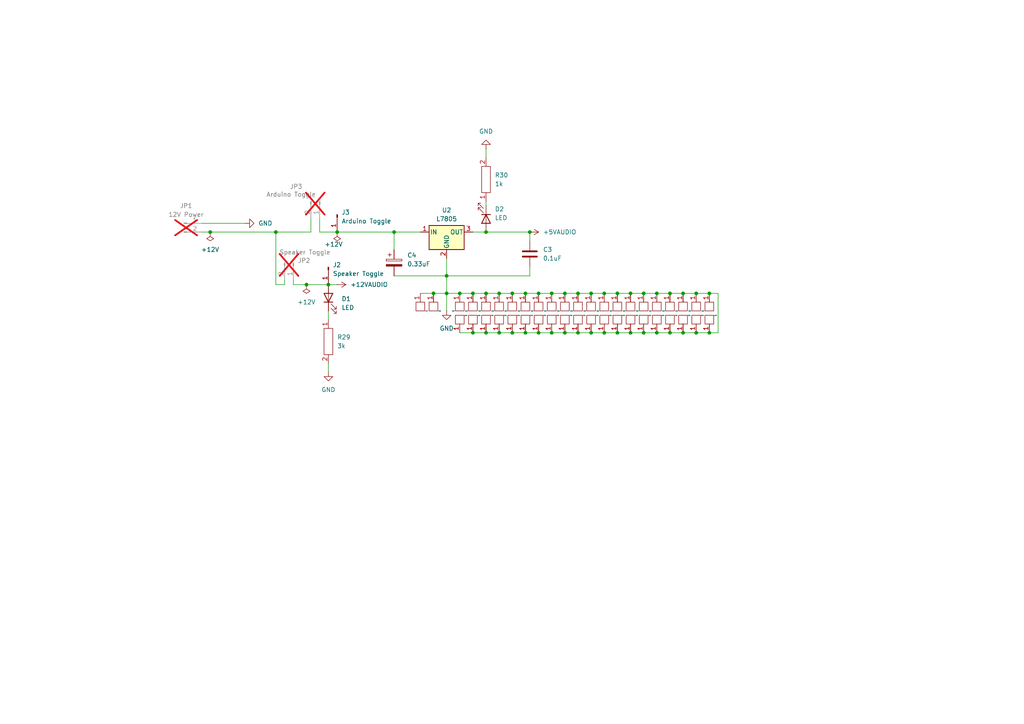
<source format=kicad_sch>
(kicad_sch (version 20231120) (generator "eeschema") (generator_version "8.0")
  (paper "A4")
  (lib_symbols
    (symbol "Connector:Conn_01x01_Pin" (pin_names (offset 1.016) hide)
      (property "Reference" "J" (at 0 2.54 0))
      (property "Value" "Conn_01x01_Pin" (at 0 -2.54 0))
      (symbol "Conn_01x01_Pin_1_1"
        (polyline (pts (xy 1.27 0) (xy 0.8636 0)) (stroke (width 0.1524)))
        (rectangle (start 0.8636 0.127) (end 0 -0.127) (stroke (width 0.1524)) (fill (type outline)))
        (pin passive line (at 5.08 0 180) (length 3.81) (name "Pin_1") (number "1"))
      )
    )
    (symbol "Connector:Conn_01x02_Pin" (pin_names (offset 1.016) hide)
      (property "Reference" "J" (at 0 2.54 0))
      (property "Value" "Conn_01x02_Pin" (at 0 -5.08 0))
      (symbol "Conn_01x02_Pin_1_1"
        (polyline (pts (xy 1.27 -2.54) (xy 0.8636 -2.54)) (stroke (width 0.1524)))
        (polyline (pts (xy 1.27 0) (xy 0.8636 0)) (stroke (width 0.1524)))
        (rectangle (start 0.8636 -2.413) (end 0 -2.667) (stroke (width 0.1524)) (fill (type outline)))
        (rectangle (start 0.8636 0.127) (end 0 -0.127) (stroke (width 0.1524)) (fill (type outline)))
        (pin passive line (at 5.08 0 180) (length 3.81) (name "Pin_1") (number "1"))
        (pin passive line (at 5.08 -2.54 180) (length 3.81) (name "Pin_2") (number "2"))
      )
    )
    (symbol "Device:C" (pin_numbers hide) (pin_names (offset 0.254))
      (property "Reference" "C" (at 0.635 2.54 0))
      (property "Value" "C" (at 0.635 -2.54 0))
      (symbol "C_0_1"
        (polyline (pts (xy -2.032 -0.762) (xy 2.032 -0.762)) (stroke (width 0.508)))
        (polyline (pts (xy -2.032 0.762) (xy 2.032 0.762)) (stroke (width 0.508)))
      )
      (symbol "C_1_1"
        (pin passive line (at 0 3.81 270) (length 2.794) (name "~") (number "1"))
        (pin passive line (at 0 -3.81 90) (length 2.794) (name "~") (number "2"))
      )
    )
    (symbol "Device:C_Polarized" (pin_numbers hide) (pin_names (offset 0.254))
      (property "Reference" "C" (at 0.635 2.54 0))
      (property "Value" "C_Polarized" (at 0.635 -2.54 0))
      (symbol "C_Polarized_0_1"
        (rectangle (start -2.286 0.508) (end 2.286 1.016))
        (polyline (pts (xy -1.778 2.286) (xy -0.762 2.286)))
        (polyline (pts (xy -1.27 2.794) (xy -1.27 1.778)))
        (rectangle (start 2.286 -0.508) (end -2.286 -1.016) (fill (type outline)))
      )
      (symbol "C_Polarized_1_1"
        (pin passive line (at 0 3.81 270) (length 2.794) (name "~") (number "1"))
        (pin passive line (at 0 -3.81 90) (length 2.794) (name "~") (number "2"))
      )
    )
    (symbol "Device:LED" (pin_numbers hide) (pin_names (offset 1.016) hide)
      (property "Reference" "D" (at 0 2.54 0))
      (property "Value" "LED" (at 0 -2.54 0))
      (symbol "LED_0_1"
        (polyline (pts (xy -1.27 -1.27) (xy -1.27 1.27)) (stroke (width 0.254)))
        (polyline (pts (xy -1.27 0) (xy 1.27 0)))
        (polyline (pts (xy 1.27 -1.27) (xy 1.27 1.27) (xy -1.27 0) (xy 1.27 -1.27)) (stroke (width 0.254)))
        (polyline (pts (xy -3.048 -0.762) (xy -4.572 -2.286) (xy -3.81 -2.286) (xy -4.572 -2.286) (xy -4.572 -1.524)))
        (polyline (pts (xy -1.778 -0.762) (xy -3.302 -2.286) (xy -2.54 -2.286) (xy -3.302 -2.286) (xy -3.302 -1.524)))
      )
      (symbol "LED_1_1"
        (pin passive line (at -3.81 0 0) (length 2.54) (name "K") (number "1"))
        (pin passive line (at 3.81 0 180) (length 2.54) (name "A") (number "2"))
      )
    )
    (symbol "Regulator_Linear:L7805" (pin_names (offset 0.254))
      (property "Reference" "U" (at -3.81 3.175 0))
      (property "Value" "L7805" (at 0 3.175 0))
      (symbol "L7805_0_1"
        (rectangle (start -5.08 1.905) (end 5.08 -5.08) (stroke (width 0.254)) (fill (type background)))
      )
      (symbol "L7805_1_1"
        (pin power_in line (at -7.62 0 0) (length 2.54) (name "IN") (number "1"))
        (pin power_in line (at 0 -7.62 90) (length 2.54) (name "GND") (number "2"))
        (pin power_out line (at 7.62 0 180) (length 2.54) (name "OUT") (number "3"))
      )
    )
    (symbol "carinterface:Vertical_Resistor"
      (property "Reference" "R?" (at 0 2.286 0))
      (symbol "Vertical_Resistor_0_1"
        (rectangle (start -3.81 1.27) (end 3.81 -1.27))
      )
      (symbol "Vertical_Resistor_1_1"
        (pin bidirectional line (at -6.35 0 0) (length 2.54) (name "") (number "1"))
        (pin bidirectional line (at 6.35 0 180) (length 2.54) (name "") (number "2"))
      )
    )
    (symbol "carinterface:smallthermalpad" (pin_names hide)
      (property "Reference" "T" (at 0 2.286 0))
      (symbol "smallthermalpad_0_1"
        (rectangle (start -2.54 1.27) (end 0 -1.27))
      )
      (symbol "smallthermalpad_1_1"
        (pin power_in line (at 2.54 0 180) (length 2.54) (name "Pad") (number "1"))
      )
    )
    (symbol "carinterface:thermalpad" (pin_names hide)
      (property "Reference" "T" (at 0 3.048 0))
      (symbol "thermalpad_0_1"
        (rectangle (start -2.54 1.27) (end 0 -1.27))
      )
      (symbol "thermalpad_1_1"
        (pin power_in line (at 2.54 0 180) (length 2.54) (name "Sink") (number "1"))
      )
    )
    (symbol "power:+12P" (power) (pin_numbers hide) (pin_names (offset 0) hide)
      (property "Value" "+12P" (at 0 3.556 0))
      (symbol "+12P_0_1"
        (polyline (pts (xy -0.762 1.27) (xy 0 2.54)))
        (polyline (pts (xy 0 0) (xy 0 2.54)))
        (polyline (pts (xy 0 2.54) (xy 0.762 1.27)))
      )
      (symbol "+12P_1_1"
        (pin power_in line (at 0 0 90) (length 0) (name "~") (number "1"))
      )
    )
    (symbol "power:+5V" (power) (pin_numbers hide) (pin_names (offset 0) hide)
      (property "Value" "+5V" (at 0 3.556 0))
      (symbol "+5V_0_1"
        (polyline (pts (xy -0.762 1.27) (xy 0 2.54)))
        (polyline (pts (xy 0 0) (xy 0 2.54)))
        (polyline (pts (xy 0 2.54) (xy 0.762 1.27)))
      )
      (symbol "+5V_1_1"
        (pin power_in line (at 0 0 90) (length 0) (name "~") (number "1"))
      )
    )
    (symbol "power:GND" (power) (pin_numbers hide) (pin_names (offset 0) hide)
      (property "Value" "GND" (at 0 -3.81 0))
      (symbol "GND_0_1"
        (polyline (pts (xy 0 0) (xy 0 -1.27) (xy 1.27 -1.27) (xy 0 -2.54) (xy -1.27 -1.27) (xy 0 -1.27)))
      )
      (symbol "GND_1_1"
        (pin power_in line (at 0 0 270) (length 0) (name "~") (number "1"))
      )
    )
    (symbol "power:PWR_FLAG" (power) (pin_numbers hide) (pin_names (offset 0) hide)
      (property "Value" "PWR_FLAG" (at 0 3.81 0))
      (symbol "PWR_FLAG_0_0"
        (pin power_out line (at 0 0 90) (length 0) (name "~") (number "1"))
      )
      (symbol "PWR_FLAG_0_1"
        (polyline (pts (xy 0 0) (xy 0 1.27) (xy -1.016 1.905) (xy 0 2.54) (xy 1.016 1.905) (xy 0 1.27)))
      )
    )
    (symbol "thermalpad_1" (pin_names hide)
      (property "Reference" "T" (at 0 3.048 0))
      (symbol "thermalpad_1_0_1"
        (rectangle (start -2.54 1.27) (end 0 -1.27))
      )
      (symbol "thermalpad_1_1_1"
        (pin power_in line (at 2.54 0 180) (length 2.54) (name "Sink") (number "1"))
      )
    )
  )
  (junction (at 88.9 82.55))
  (junction (at 182.88 96.52))
  (junction (at 167.64 96.52))
  (junction (at 163.83 96.52))
  (junction (at 160.02 85.09))
  (junction (at 156.21 96.52))
  (junction (at 179.07 96.52))
  (junction (at 186.69 85.09))
  (junction (at 186.69 96.52))
  (junction (at 160.02 96.52))
  (junction (at 179.07 85.09))
  (junction (at 153.67 67.31))
  (junction (at 80.01 67.31))
  (junction (at 144.78 96.52))
  (junction (at 125.73 85.09))
  (junction (at 148.59 96.52))
  (junction (at 167.64 85.09))
  (junction (at 137.16 85.09))
  (junction (at 163.83 85.09))
  (junction (at 97.79 67.31))
  (junction (at 148.59 85.09))
  (junction (at 140.97 85.09))
  (junction (at 60.96 67.31))
  (junction (at 171.45 96.52))
  (junction (at 201.93 85.09))
  (junction (at 190.5 96.52))
  (junction (at 140.97 96.52))
  (junction (at 198.12 96.52))
  (junction (at 137.16 96.52))
  (junction (at 133.35 85.09))
  (junction (at 205.74 96.52))
  (junction (at 95.25 82.55))
  (junction (at 175.26 85.09))
  (junction (at 140.97 67.31))
  (junction (at 152.4 96.52))
  (junction (at 205.74 85.09))
  (junction (at 129.54 80.01))
  (junction (at 144.78 85.09))
  (junction (at 194.31 85.09))
  (junction (at 175.26 96.52))
  (junction (at 171.45 85.09))
  (junction (at 194.31 96.52))
  (junction (at 114.3 67.31))
  (junction (at 156.21 85.09))
  (junction (at 198.12 85.09))
  (junction (at 129.54 85.09))
  (junction (at 152.4 85.09))
  (junction (at 182.88 85.09))
  (junction (at 190.5 85.09))
  (junction (at 201.93 96.52))
  (wire (pts (xy 205.74 85.09) (xy 208.28 85.09)))
  (wire (pts (xy 60.96 67.31) (xy 80.01 67.31)))
  (wire (pts (xy 97.79 67.31) (xy 114.3 67.31)))
  (wire (pts (xy 95.25 82.55) (xy 97.79 82.55)))
  (wire (pts (xy 179.07 85.09) (xy 182.88 85.09)))
  (wire (pts (xy 114.3 67.31) (xy 121.92 67.31)))
  (wire (pts (xy 205.74 96.52) (xy 208.28 96.52)))
  (wire (pts (xy 95.25 90.17) (xy 95.25 92.71)))
  (wire (pts (xy 129.54 80.01) (xy 153.67 80.01)))
  (wire (pts (xy 58.42 67.31) (xy 60.96 67.31)))
  (wire (pts (xy 148.59 85.09) (xy 152.4 85.09)))
  (wire (pts (xy 133.35 85.09) (xy 137.16 85.09)))
  (wire (pts (xy 194.31 85.09) (xy 198.12 85.09)))
  (wire (pts (xy 114.3 72.39) (xy 114.3 67.31)))
  (wire (pts (xy 133.35 96.52) (xy 137.16 96.52)))
  (wire (pts (xy 82.55 82.55) (xy 82.55 81.28)))
  (wire (pts (xy 208.28 85.09) (xy 208.28 96.52)))
  (wire (pts (xy 114.3 80.01) (xy 129.54 80.01)))
  (wire (pts (xy 190.5 96.52) (xy 194.31 96.52)))
  (wire (pts (xy 140.97 43.18) (xy 140.97 45.72)))
  (wire (pts (xy 80.01 82.55) (xy 82.55 82.55)))
  (wire (pts (xy 175.26 85.09) (xy 179.07 85.09)))
  (wire (pts (xy 152.4 85.09) (xy 156.21 85.09)))
  (wire (pts (xy 163.83 96.52) (xy 167.64 96.52)))
  (wire (pts (xy 140.97 96.52) (xy 144.78 96.52)))
  (wire (pts (xy 190.5 85.09) (xy 194.31 85.09)))
  (wire (pts (xy 58.42 64.77) (xy 71.12 64.77)))
  (wire (pts (xy 92.71 63.5) (xy 92.71 67.31)))
  (wire (pts (xy 129.54 85.09) (xy 133.35 85.09)))
  (wire (pts (xy 90.17 63.5) (xy 90.17 67.31)))
  (wire (pts (xy 194.31 96.52) (xy 198.12 96.52)))
  (wire (pts (xy 137.16 96.52) (xy 140.97 96.52)))
  (wire (pts (xy 137.16 67.31) (xy 140.97 67.31)))
  (wire (pts (xy 198.12 96.52) (xy 201.93 96.52)))
  (wire (pts (xy 175.26 96.52) (xy 179.07 96.52)))
  (wire (pts (xy 129.54 85.09) (xy 129.54 90.17)))
  (wire (pts (xy 152.4 96.52) (xy 156.21 96.52)))
  (wire (pts (xy 160.02 85.09) (xy 163.83 85.09)))
  (wire (pts (xy 163.83 85.09) (xy 167.64 85.09)))
  (wire (pts (xy 201.93 96.52) (xy 205.74 96.52)))
  (wire (pts (xy 80.01 67.31) (xy 90.17 67.31)))
  (wire (pts (xy 198.12 85.09) (xy 201.93 85.09)))
  (wire (pts (xy 144.78 96.52) (xy 148.59 96.52)))
  (wire (pts (xy 137.16 85.09) (xy 140.97 85.09)))
  (wire (pts (xy 153.67 80.01) (xy 153.67 77.47)))
  (wire (pts (xy 167.64 85.09) (xy 171.45 85.09)))
  (wire (pts (xy 171.45 96.52) (xy 175.26 96.52)))
  (wire (pts (xy 95.25 105.41) (xy 95.25 107.95)))
  (wire (pts (xy 129.54 74.93) (xy 129.54 80.01)))
  (wire (pts (xy 129.54 80.01) (xy 129.54 85.09)))
  (wire (pts (xy 144.78 85.09) (xy 148.59 85.09)))
  (wire (pts (xy 201.93 85.09) (xy 205.74 85.09)))
  (wire (pts (xy 121.92 85.09) (xy 125.73 85.09)))
  (wire (pts (xy 125.73 85.09) (xy 129.54 85.09)))
  (wire (pts (xy 167.64 96.52) (xy 171.45 96.52)))
  (wire (pts (xy 80.01 67.31) (xy 80.01 82.55)))
  (wire (pts (xy 156.21 96.52) (xy 160.02 96.52)))
  (wire (pts (xy 140.97 67.31) (xy 153.67 67.31)))
  (wire (pts (xy 88.9 82.55) (xy 95.25 82.55)))
  (wire (pts (xy 182.88 96.52) (xy 186.69 96.52)))
  (wire (pts (xy 148.59 96.52) (xy 152.4 96.52)))
  (wire (pts (xy 85.09 82.55) (xy 88.9 82.55)))
  (wire (pts (xy 171.45 85.09) (xy 175.26 85.09)))
  (wire (pts (xy 160.02 96.52) (xy 163.83 96.52)))
  (wire (pts (xy 153.67 67.31) (xy 153.67 69.85)))
  (wire (pts (xy 156.21 85.09) (xy 160.02 85.09)))
  (wire (pts (xy 140.97 85.09) (xy 144.78 85.09)))
  (wire (pts (xy 182.88 85.09) (xy 186.69 85.09)))
  (wire (pts (xy 85.09 82.55) (xy 85.09 81.28)))
  (wire (pts (xy 186.69 96.52) (xy 190.5 96.52)))
  (wire (pts (xy 186.69 85.09) (xy 190.5 85.09)))
  (wire (pts (xy 179.07 96.52) (xy 182.88 96.52)))
  (wire (pts (xy 92.71 67.31) (xy 97.79 67.31)))
  (wire (pts (xy 140.97 58.42) (xy 140.97 59.69)))
  (symbol (lib_id "carinterface:smallthermalpad") (at 198.12 93.98 270) (unit 1)
    (property "Reference" "T25" (effects (hide yes)))
    (property "Value" "~" (at 196.85 90.17 90) (effects (justify right)))
    (property "Footprint" "carinterface:smallthermalpad" (effects (hide yes)))
  )
  (symbol (lib_id "carinterface:smallthermalpad") (at 194.31 87.63 90) (unit 1)
    (property "Reference" "T19" (effects (hide yes)))
    (property "Value" "~" (at 195.58 91.44 90) (effects (justify right)))
    (property "Footprint" "carinterface:smallthermalpad" (effects (hide yes)))
  )
  (symbol (lib_id "carinterface:smallthermalpad") (at 152.4 93.98 270) (unit 1)
    (property "Reference" "T37" (effects (hide yes)))
    (property "Value" "~" (at 151.13 90.17 90) (effects (justify right)))
    (property "Footprint" "carinterface:smallthermalpad" (effects (hide yes)))
  )
  (symbol (lib_id "carinterface:smallthermalpad") (at 171.45 87.63 90) (unit 1)
    (property "Reference" "T13" (effects (hide yes)))
    (property "Value" "~" (at 172.72 91.44 90) (effects (justify right)))
    (property "Footprint" "carinterface:smallthermalpad" (effects (hide yes)))
  )
  (symbol (lib_id "carinterface:smallthermalpad") (at 179.07 87.63 90) (unit 1)
    (property "Reference" "T15" (effects (hide yes)))
    (property "Value" "~" (at 180.34 91.44 90) (effects (justify right)))
    (property "Footprint" "carinterface:smallthermalpad" (effects (hide yes)))
  )
  (symbol (lib_id "Connector:Conn_01x01_Pin") (at 95.25 77.47 270) (unit 1)
    (property "Reference" "J2" (at 96.52 76.8349 90) (effects (justify left)))
    (property "Value" "Speaker Toggle" (at 96.52 79.3749 90) (effects (justify left)))
    (property "Footprint" "Connector_Wire:SolderWire-0.75sqmm_1x01_D1.25mm_OD2.3mm" (effects (hide yes)))
    (property "Description" "Generic connector, single row, 01x01, script generated" (effects (hide yes)))
  )
  (symbol (lib_id "power:PWR_FLAG") (at 60.96 67.31 180) (unit 1)
    (property "Reference" "#FLG01" (effects (hide yes)))
    (property "Value" "+12V" (at 60.96 72.39 0))
    (property "Description" "Special symbol for telling ERC where power comes from" (effects (hide yes)))
  )
  (symbol (lib_id "carinterface:smallthermalpad") (at 163.83 87.63 90) (unit 1)
    (property "Reference" "T11" (effects (hide yes)))
    (property "Value" "~" (at 165.1 91.44 90) (effects (justify right)))
    (property "Footprint" "carinterface:smallthermalpad" (effects (hide yes)))
  )
  (symbol (lib_id "Device:C_Polarized") (at 114.3 76.2 0) (unit 1)
    (property "Reference" "C4" (at 118.11 74.0409 0) (effects (justify left)))
    (property "Value" "0.33uF" (at 118.11 76.5809 0) (effects (justify left)))
    (property "Footprint" "Capacitor_THT:CP_Radial_D5.0mm_P2.00mm" (effects (hide yes)))
    (property "Description" "Polarized capacitor" (effects (hide yes)))
  )
  (symbol (lib_id "carinterface:smallthermalpad") (at 175.26 87.63 90) (unit 1)
    (property "Reference" "T14" (effects (hide yes)))
    (property "Value" "~" (at 176.53 91.44 90) (effects (justify right)))
    (property "Footprint" "carinterface:smallthermalpad" (effects (hide yes)))
  )
  (symbol (lib_id "power:GND") (at 140.97 43.18 180) (unit 1)
    (property "Reference" "#PWR015" (effects (hide yes)))
    (property "Value" "GND" (at 140.97 38.1 0))
    (property "Description" "Power symbol creates a global label with name \"GND\" , ground" (effects (hide yes)))
  )
  (symbol (lib_id "carinterface:smallthermalpad") (at 137.16 93.98 270) (unit 1)
    (property "Reference" "T41" (effects (hide yes)))
    (property "Value" "~" (at 135.89 90.17 90) (effects (justify right)))
    (property "Footprint" "carinterface:smallthermalpad" (effects (hide yes)))
  )
  (symbol (lib_id "carinterface:smallthermalpad") (at 175.26 93.98 270) (unit 1)
    (property "Reference" "T31" (effects (hide yes)))
    (property "Value" "~" (at 173.99 90.17 90) (effects (justify right)))
    (property "Footprint" "carinterface:smallthermalpad" (effects (hide yes)))
  )
  (symbol (lib_id "carinterface:smallthermalpad") (at 160.02 87.63 90) (unit 1)
    (property "Reference" "T10" (effects (hide yes)))
    (property "Value" "~" (at 161.29 91.44 90) (effects (justify right)))
    (property "Footprint" "carinterface:smallthermalpad" (effects (hide yes)))
  )
  (symbol (lib_id "power:GND") (at 95.25 107.95 0) (unit 1)
    (property "Reference" "#PWR012" (effects (hide yes)))
    (property "Value" "GND" (at 95.25 113.03 0))
    (property "Description" "Power symbol creates a global label with name \"GND\" , ground" (effects (hide yes)))
  )
  (symbol (lib_id "carinterface:smallthermalpad") (at 140.97 93.98 270) (unit 1)
    (property "Reference" "T40" (effects (hide yes)))
    (property "Value" "~" (at 139.7 90.17 90) (effects (justify right)))
    (property "Footprint" "carinterface:smallthermalpad" (effects (hide yes)))
  )
  (symbol (lib_id "carinterface:smallthermalpad") (at 182.88 87.63 90) (unit 1)
    (property "Reference" "T16" (effects (hide yes)))
    (property "Value" "~" (at 184.15 91.44 90) (effects (justify right)))
    (property "Footprint" "carinterface:smallthermalpad" (effects (hide yes)))
  )
  (symbol (lib_id "carinterface:smallthermalpad") (at 194.31 93.98 270) (unit 1)
    (property "Reference" "T26" (effects (hide yes)))
    (property "Value" "~" (at 193.04 90.17 90) (effects (justify right)))
    (property "Footprint" "carinterface:smallthermalpad" (effects (hide yes)))
  )
  (symbol (lib_id "carinterface:smallthermalpad") (at 201.93 93.98 270) (unit 1)
    (property "Reference" "T24" (effects (hide yes)))
    (property "Value" "~" (at 200.66 90.17 90) (effects (justify right)))
    (property "Footprint" "carinterface:smallthermalpad" (effects (hide yes)))
  )
  (symbol (lib_id "Connector:Conn_01x02_Pin") (at 85.09 76.2 270) (unit 1) (on_board no) (dnp yes)
    (property "Reference" "JP2" (at 86.36 75.5649 90) (effects (justify left)))
    (property "Value" "Speaker Toggle" (at 81.026 73.152 90) (effects (justify left)))
    (property "Footprint" "Connector_Wire:SolderWire-1sqmm_1x02_P5.4mm_D1.4mm_OD2.7mm" (effects (hide yes)))
    (property "Description" "Generic connector, single row, 01x02, script generated" (effects (hide yes)))
  )
  (symbol (lib_id "carinterface:smallthermalpad") (at 163.83 93.98 270) (unit 1)
    (property "Reference" "T34" (effects (hide yes)))
    (property "Value" "~" (at 162.56 90.17 90) (effects (justify right)))
    (property "Footprint" "carinterface:smallthermalpad" (effects (hide yes)))
  )
  (symbol (lib_id "carinterface:smallthermalpad") (at 133.35 87.63 90) (unit 1)
    (property "Reference" "T3" (effects (hide yes)))
    (property "Value" "~" (at 134.62 91.44 90) (effects (justify right)))
    (property "Footprint" "carinterface:smallthermalpad" (effects (hide yes)))
  )
  (symbol (lib_id "carinterface:Vertical_Resistor") (at 95.25 99.06 270) (unit 1)
    (property "Reference" "R29" (at 97.79 97.7899 90) (effects (justify left)))
    (property "Value" "3k" (at 97.79 100.3299 90) (effects (justify left)))
    (property "Footprint" "carinterface:Vertical Resistor" (effects (hide yes)))
  )
  (symbol (lib_id "carinterface:thermalpad") (at 121.92 87.63 90) (unit 1)
    (property "Reference" "T2" (effects (hide yes)))
    (property "Value" "~" (at 123.19 90.17 90) (effects (justify right)))
    (property "Footprint" "carinterface:Thermal Pad" (effects (hide yes)))
  )
  (symbol (lib_id "carinterface:smallthermalpad") (at 205.74 93.98 270) (unit 1)
    (property "Reference" "T23" (effects (hide yes)))
    (property "Value" "~" (at 204.47 90.17 90) (effects (justify right)))
    (property "Footprint" "carinterface:smallthermalpad" (effects (hide yes)))
  )
  (symbol (lib_id "carinterface:smallthermalpad") (at 198.12 87.63 90) (unit 1)
    (property "Reference" "T20" (effects (hide yes)))
    (property "Value" "~" (at 199.39 91.44 90) (effects (justify right)))
    (property "Footprint" "carinterface:smallthermalpad" (effects (hide yes)))
  )
  (symbol (lib_id "Connector:Conn_01x02_Pin") (at 53.34 64.77 0) (unit 1) (on_board no) (dnp yes)
    (property "Reference" "JP1" (at 53.975 59.69 0))
    (property "Value" "12V Power" (at 53.975 62.23 0))
    (property "Footprint" "Connector_Wire:SolderWire-1sqmm_1x02_P5.4mm_D1.4mm_OD2.7mm" (effects (hide yes)))
    (property "Description" "Generic connector, single row, 01x02, script generated" (effects (hide yes)))
  )
  (symbol (lib_id "carinterface:smallthermalpad") (at 182.88 93.98 270) (unit 1)
    (property "Reference" "T29" (effects (hide yes)))
    (property "Value" "~" (at 181.61 90.17 90) (effects (justify right)))
    (property "Footprint" "carinterface:smallthermalpad" (effects (hide yes)))
  )
  (symbol (lib_id "Connector:Conn_01x01_Pin") (at 97.79 62.23 270) (unit 1)
    (property "Reference" "J3" (at 99.06 61.5949 90) (effects (justify left)))
    (property "Value" "Arduino Toggle" (at 99.06 64.1349 90) (effects (justify left)))
    (property "Footprint" "Connector_Wire:SolderWire-0.75sqmm_1x01_D1.25mm_OD2.3mm" (effects (hide yes)))
    (property "Description" "Generic connector, single row, 01x01, script generated" (effects (hide yes)))
  )
  (symbol (lib_id "carinterface:smallthermalpad") (at 148.59 93.98 270) (unit 1)
    (property "Reference" "T38" (effects (hide yes)))
    (property "Value" "~" (at 147.32 90.17 90) (effects (justify right)))
    (property "Footprint" "carinterface:smallthermalpad" (effects (hide yes)))
  )
  (symbol (lib_id "carinterface:smallthermalpad") (at 137.16 87.63 90) (unit 1)
    (property "Reference" "T4" (effects (hide yes)))
    (property "Value" "~" (at 138.43 91.44 90) (effects (justify right)))
    (property "Footprint" "carinterface:smallthermalpad" (effects (hide yes)))
  )
  (symbol (lib_name "thermalpad_1") (lib_id "carinterface:thermalpad") (at 125.73 87.63 90) (unit 1)
    (property "Reference" "T1" (effects (hide yes)))
    (property "Value" "~" (at 127 90.17 90) (effects (justify right)))
    (property "Footprint" "carinterface:Thermal Pad" (effects (hide yes)))
  )
  (symbol (lib_id "carinterface:smallthermalpad") (at 201.93 87.63 90) (unit 1)
    (property "Reference" "T21" (effects (hide yes)))
    (property "Value" "~" (at 203.2 91.44 90) (effects (justify right)))
    (property "Footprint" "carinterface:smallthermalpad" (effects (hide yes)))
  )
  (symbol (lib_id "power:+12P") (at 97.79 82.55 270) (unit 1)
    (property "Reference" "#PWR013" (effects (hide yes)))
    (property "Value" "+12VAUDIO" (at 101.6 82.5499 90) (effects (justify left)))
    (property "Description" "Power symbol creates a global label with name \"+12P\"" (effects (hide yes)))
  )
  (symbol (lib_id "power:GND") (at 71.12 64.77 90) (unit 1)
    (property "Reference" "#PWR014" (effects (hide yes)))
    (property "Value" "GND" (at 74.93 64.7699 90) (effects (justify right)))
    (property "Description" "Power symbol creates a global label with name \"GND\" , ground" (effects (hide yes)))
  )
  (symbol (lib_id "Regulator_Linear:L7805") (at 129.54 67.31 0) (unit 1)
    (property "Reference" "U2" (at 129.54 60.96 0))
    (property "Value" "L7805" (at 129.54 63.5 0))
    (property "Footprint" "Package_TO_SOT_THT:TO-220-3_Vertical" (effects (hide yes)))
    (property "Datasheet" "http://www.st.com/content/ccc/resource/technical/document/datasheet/41/4f/b3/b0/12/d4/47/88/CD00000444.pdf/files/CD00000444.pdf/jcr:content/translations/en.CD00000444.pdf" (effects (hide yes)))
    (property "Description" "Positive 1.5A 35V Linear Regulator, Fixed Output 5V, TO-220/TO-263/TO-252" (effects (hide yes)))
  )
  (symbol (lib_id "carinterface:smallthermalpad") (at 160.02 93.98 270) (unit 1)
    (property "Reference" "T35" (effects (hide yes)))
    (property "Value" "~" (at 158.75 90.17 90) (effects (justify right)))
    (property "Footprint" "carinterface:smallthermalpad" (effects (hide yes)))
  )
  (symbol (lib_id "power:GND") (at 129.54 90.17 0) (unit 1)
    (property "Reference" "#PWR02" (effects (hide yes)))
    (property "Value" "GND" (at 129.54 95.25 0))
    (property "Description" "Power symbol creates a global label with name \"GND\" , ground" (effects (hide yes)))
  )
  (symbol (lib_id "carinterface:smallthermalpad") (at 133.35 93.98 270) (unit 1)
    (property "Reference" "T42" (effects (hide yes)))
    (property "Value" "~" (at 132.08 90.17 90) (effects (justify right)))
    (property "Footprint" "carinterface:smallthermalpad" (effects (hide yes)))
  )
  (symbol (lib_id "Device:LED") (at 95.25 86.36 90) (unit 1)
    (property "Reference" "D1" (at 99.06 86.6774 90) (effects (justify right)))
    (property "Value" "LED" (at 99.06 89.2174 90) (effects (justify right)))
    (property "Footprint" "LED_THT:LED_D3.0mm" (effects (hide yes)))
    (property "Description" "Light emitting diode" (effects (hide yes)))
  )
  (symbol (lib_id "carinterface:smallthermalpad") (at 156.21 93.98 270) (unit 1)
    (property "Reference" "T36" (effects (hide yes)))
    (property "Value" "~" (at 154.94 90.17 90) (effects (justify right)))
    (property "Footprint" "carinterface:smallthermalpad" (effects (hide yes)))
  )
  (symbol (lib_id "carinterface:smallthermalpad") (at 205.74 87.63 90) (unit 1)
    (property "Reference" "T22" (effects (hide yes)))
    (property "Value" "~" (at 207.01 91.44 90) (effects (justify right)))
    (property "Footprint" "carinterface:smallthermalpad" (effects (hide yes)))
  )
  (symbol (lib_id "Device:C") (at 153.67 73.66 0) (unit 1)
    (property "Reference" "C3" (at 157.48 72.3899 0) (effects (justify left)))
    (property "Value" "0.1uF" (at 157.48 74.9299 0) (effects (justify left)))
    (property "Footprint" "Capacitor_THT:C_Disc_D3.0mm_W1.6mm_P2.50mm" (effects (hide yes)))
    (property "Description" "Unpolarized capacitor" (effects (hide yes)))
  )
  (symbol (lib_id "carinterface:Vertical_Resistor") (at 140.97 52.07 90) (unit 1)
    (property "Reference" "R30" (at 143.51 50.7999 90) (effects (justify right)))
    (property "Value" "1k" (at 143.51 53.3399 90) (effects (justify right)))
    (property "Footprint" "carinterface:Vertical Resistor" (effects (hide yes)))
  )
  (symbol (lib_id "carinterface:smallthermalpad") (at 190.5 87.63 90) (unit 1)
    (property "Reference" "T18" (effects (hide yes)))
    (property "Value" "~" (at 191.77 91.44 90) (effects (justify right)))
    (property "Footprint" "carinterface:smallthermalpad" (effects (hide yes)))
  )
  (symbol (lib_id "carinterface:smallthermalpad") (at 167.64 93.98 270) (unit 1)
    (property "Reference" "T33" (effects (hide yes)))
    (property "Value" "~" (at 166.37 90.17 90) (effects (justify right)))
    (property "Footprint" "carinterface:smallthermalpad" (effects (hide yes)))
  )
  (symbol (lib_id "carinterface:smallthermalpad") (at 190.5 93.98 270) (unit 1)
    (property "Reference" "T27" (effects (hide yes)))
    (property "Value" "~" (at 189.23 90.17 90) (effects (justify right)))
    (property "Footprint" "carinterface:smallthermalpad" (effects (hide yes)))
  )
  (symbol (lib_id "power:+5V") (at 153.67 67.31 270) (unit 1)
    (property "Reference" "#PWR08" (effects (hide yes)))
    (property "Value" "+5VAUDIO" (at 157.48 67.3099 90) (effects (justify left)))
    (property "Description" "Power symbol creates a global label with name \"+5V\"" (effects (hide yes)))
  )
  (symbol (lib_id "carinterface:smallthermalpad") (at 186.69 93.98 270) (unit 1)
    (property "Reference" "T28" (effects (hide yes)))
    (property "Value" "~" (at 185.42 90.17 90) (effects (justify right)))
    (property "Footprint" "carinterface:smallthermalpad" (effects (hide yes)))
  )
  (symbol (lib_id "carinterface:smallthermalpad") (at 148.59 87.63 90) (unit 1)
    (property "Reference" "T7" (effects (hide yes)))
    (property "Value" "~" (at 149.86 91.44 90) (effects (justify right)))
    (property "Footprint" "carinterface:smallthermalpad" (effects (hide yes)))
  )
  (symbol (lib_id "carinterface:smallthermalpad") (at 186.69 87.63 90) (unit 1)
    (property "Reference" "T17" (effects (hide yes)))
    (property "Value" "~" (at 187.96 91.44 90) (effects (justify right)))
    (property "Footprint" "carinterface:smallthermalpad" (effects (hide yes)))
  )
  (symbol (lib_id "power:PWR_FLAG") (at 88.9 82.55 180) (unit 1)
    (property "Reference" "#FLG02" (effects (hide yes)))
    (property "Value" "+12V" (at 88.9 87.63 0))
    (property "Description" "Special symbol for telling ERC where power comes from" (effects (hide yes)))
  )
  (symbol (lib_id "carinterface:smallthermalpad") (at 179.07 93.98 270) (unit 1)
    (property "Reference" "T30" (effects (hide yes)))
    (property "Value" "~" (at 177.8 90.17 90) (effects (justify right)))
    (property "Footprint" "carinterface:smallthermalpad" (effects (hide yes)))
  )
  (symbol (lib_id "Connector:Conn_01x02_Pin") (at 92.71 58.42 270) (unit 1) (on_board no) (dnp yes)
    (property "Reference" "JP3" (at 84.074 54.102 90) (effects (justify left)))
    (property "Value" "Arduino Toggle" (at 77.216 56.388 90) (effects (justify left)))
    (property "Footprint" "Connector_Wire:SolderWire-1sqmm_1x02_P5.4mm_D1.4mm_OD2.7mm" (effects (hide yes)))
    (property "Description" "Generic connector, single row, 01x02, script generated" (effects (hide yes)))
  )
  (symbol (lib_id "carinterface:smallthermalpad") (at 144.78 93.98 270) (unit 1)
    (property "Reference" "T39" (effects (hide yes)))
    (property "Value" "~" (at 143.51 90.17 90) (effects (justify right)))
    (property "Footprint" "carinterface:smallthermalpad" (effects (hide yes)))
  )
  (symbol (lib_id "Device:LED") (at 140.97 63.5 270) (unit 1)
    (property "Reference" "D2" (at 143.51 60.6424 90) (effects (justify left)))
    (property "Value" "LED" (at 143.51 63.1824 90) (effects (justify left)))
    (property "Footprint" "LED_THT:LED_D3.0mm" (effects (hide yes)))
    (property "Description" "Light emitting diode" (effects (hide yes)))
  )
  (symbol (lib_id "carinterface:smallthermalpad") (at 140.97 87.63 90) (unit 1)
    (property "Reference" "T5" (effects (hide yes)))
    (property "Value" "~" (at 142.24 91.44 90) (effects (justify right)))
    (property "Footprint" "carinterface:smallthermalpad" (effects (hide yes)))
  )
  (symbol (lib_id "carinterface:smallthermalpad") (at 144.78 87.63 90) (unit 1)
    (property "Reference" "T6" (effects (hide yes)))
    (property "Value" "~" (at 146.05 91.44 90) (effects (justify right)))
    (property "Footprint" "carinterface:smallthermalpad" (effects (hide yes)))
  )
  (symbol (lib_id "carinterface:smallthermalpad") (at 156.21 87.63 90) (unit 1)
    (property "Reference" "T9" (effects (hide yes)))
    (property "Value" "~" (at 157.48 91.44 90) (effects (justify right)))
    (property "Footprint" "carinterface:smallthermalpad" (effects (hide yes)))
  )
  (symbol (lib_id "carinterface:smallthermalpad") (at 152.4 87.63 90) (unit 1)
    (property "Reference" "T8" (effects (hide yes)))
    (property "Value" "~" (at 153.67 91.44 90) (effects (justify right)))
    (property "Footprint" "carinterface:smallthermalpad" (effects (hide yes)))
  )
  (symbol (lib_id "power:PWR_FLAG") (at 97.79 67.31 180) (unit 1)
    (property "Reference" "#FLG03" (effects (hide yes)))
    (property "Value" "+12V" (at 96.774 70.866 0))
    (property "Description" "Special symbol for telling ERC where power comes from" (effects (hide yes)))
  )
  (symbol (lib_id "carinterface:smallthermalpad") (at 167.64 87.63 90) (unit 1)
    (property "Reference" "T12" (effects (hide yes)))
    (property "Value" "~" (at 168.91 91.44 90) (effects (justify right)))
    (property "Footprint" "carinterface:smallthermalpad" (effects (hide yes)))
  )
  (symbol (lib_id "carinterface:smallthermalpad") (at 171.45 93.98 270) (unit 1)
    (property "Reference" "T32" (effects (hide yes)))
    (property "Value" "~" (at 170.18 90.17 90) (effects (justify right)))
    (property "Footprint" "carinterface:smallthermalpad" (effects (hide yes)))
  )
)
</source>
